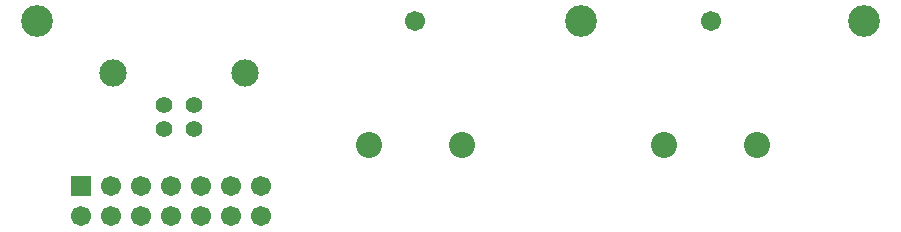
<source format=gts>
G04 Layer_Color=8388736*
%FSLAX23Y23*%
%MOIN*%
G70*
G01*
G75*
%ADD33C,0.067*%
%ADD34R,0.067X0.067*%
%ADD35C,0.067*%
%ADD36C,0.091*%
%ADD37C,0.055*%
%ADD38C,0.106*%
%ADD39C,0.087*%
D33*
X275Y-335D02*
D03*
Y-235D02*
D03*
X175D02*
D03*
Y-335D02*
D03*
D34*
X-325Y-235D02*
D03*
D35*
Y-335D02*
D03*
X-225Y-235D02*
D03*
Y-335D02*
D03*
X-125Y-235D02*
D03*
Y-335D02*
D03*
X-25Y-235D02*
D03*
Y-335D02*
D03*
X75D02*
D03*
Y-235D02*
D03*
X787Y315D02*
D03*
X1772D02*
D03*
D36*
X-219Y144D02*
D03*
X219D02*
D03*
D37*
X49Y-42D02*
D03*
Y37D02*
D03*
X-49Y-42D02*
D03*
Y37D02*
D03*
D38*
X2283Y315D02*
D03*
X-472D02*
D03*
X1339D02*
D03*
D39*
X943Y-98D02*
D03*
X632D02*
D03*
X1616D02*
D03*
X1927D02*
D03*
M02*

</source>
